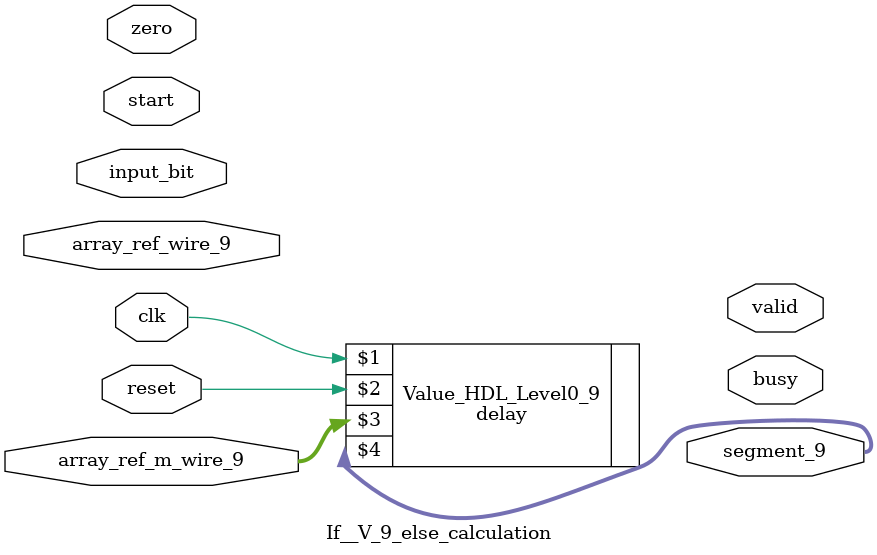
<source format=v>
module If__V_9_else_calculation(input [31:0]input_bit, input [31:0]zero, input [31:0]array_ref_wire_9, input [31:0]array_ref_m_wire_9, output [31:0]segment_9, input clk, input reset, input start, output valid, output busy);



	//Proceed with segment_9 = delay(array_ref_m_wire_9) 
	wire [31:0]segment_9;
	delay Value_HDL_Level0_9 ( clk, reset, array_ref_m_wire_9, segment_9);




endmodule

</source>
